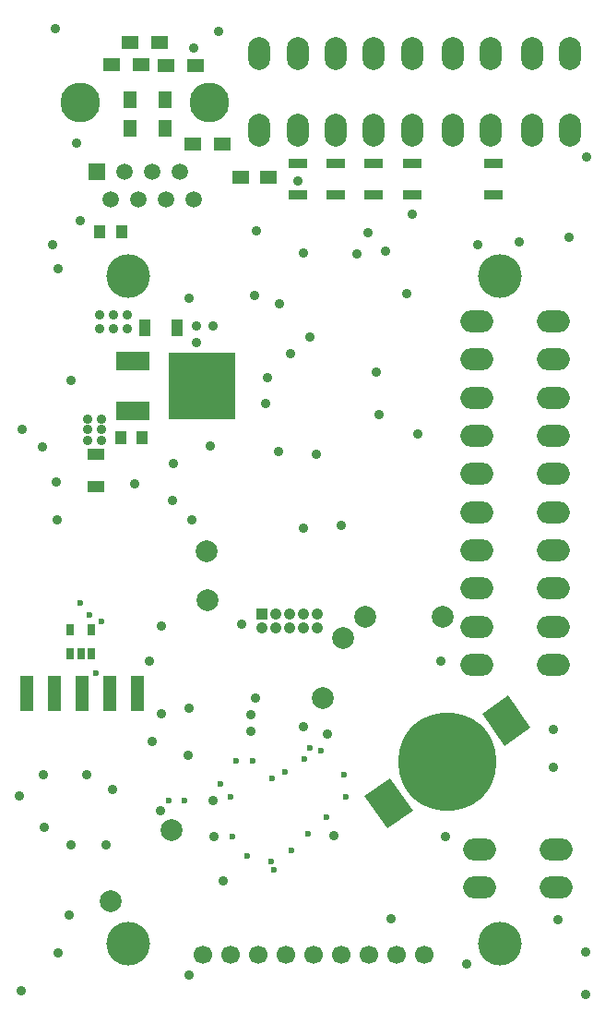
<source format=gbr>
G04 #@! TF.FileFunction,Soldermask,Top*
%FSLAX46Y46*%
G04 Gerber Fmt 4.6, Leading zero omitted, Abs format (unit mm)*
G04 Created by KiCad (PCBNEW 4.0.2-4+6225~38~ubuntu15.04.1-stable) date Mi 16 Mär 2016 01:27:49 CET*
%MOMM*%
G01*
G04 APERTURE LIST*
%ADD10C,0.150000*%
%ADD11C,1.700000*%
%ADD12C,4.000000*%
%ADD13C,3.649980*%
%ADD14R,1.501140X1.501140*%
%ADD15C,1.501140*%
%ADD16R,1.500000X1.300000*%
%ADD17R,1.300000X1.500000*%
%ADD18R,1.000000X1.250000*%
%ADD19R,1.500000X1.250000*%
%ADD20R,1.700000X0.900000*%
%ADD21R,3.048000X1.651000*%
%ADD22R,6.096000X6.096000*%
%ADD23R,1.050000X1.050000*%
%ADD24C,1.050000*%
%ADD25O,2.000000X3.014980*%
%ADD26O,3.014980X2.000000*%
%ADD27R,1.000000X1.600000*%
%ADD28R,1.600000X1.000000*%
%ADD29R,0.650000X1.060000*%
%ADD30R,1.270000X3.270000*%
%ADD31C,9.000000*%
%ADD32C,2.000000*%
%ADD33C,0.889000*%
%ADD34C,0.600000*%
G04 APERTURE END LIST*
D10*
D11*
X39160000Y-87100000D03*
X36620000Y-87100000D03*
X34080000Y-87100000D03*
X31540000Y-87100000D03*
X29000000Y-87100000D03*
X26460000Y-87100000D03*
X23920000Y-87100000D03*
X21380000Y-87100000D03*
D12*
X46050000Y-86100000D03*
X11950000Y-86100000D03*
X46050000Y-24900000D03*
X11950000Y-24900000D03*
D11*
X18840000Y-87100000D03*
D13*
X19438520Y-9000000D03*
X7569100Y-9000000D03*
D14*
X9055000Y-15350000D03*
D15*
X10325000Y-17890000D03*
X11595000Y-15350000D03*
X12865000Y-17890000D03*
X14135000Y-15350000D03*
X15405000Y-17890000D03*
X16675000Y-15350000D03*
X17945000Y-17890000D03*
D16*
X13100000Y-5550000D03*
X10400000Y-5550000D03*
D17*
X12100000Y-11400000D03*
X12100000Y-8700000D03*
D16*
X20550000Y-12800000D03*
X17850000Y-12800000D03*
D17*
X15350000Y-11400000D03*
X15350000Y-8700000D03*
D16*
X14850000Y-3450000D03*
X12150000Y-3450000D03*
D18*
X11250000Y-39750000D03*
X13250000Y-39750000D03*
D19*
X22284000Y-15859000D03*
X24784000Y-15859000D03*
D16*
X18100000Y-5600000D03*
X15400000Y-5600000D03*
D20*
X27500000Y-14550000D03*
X27500000Y-17450000D03*
X31000000Y-14550000D03*
X31000000Y-17450000D03*
X34500000Y-14550000D03*
X34500000Y-17450000D03*
X38000000Y-14550000D03*
X38000000Y-17450000D03*
X45500000Y-14550000D03*
X45500000Y-17450000D03*
D21*
X12358000Y-32686500D03*
D22*
X18708000Y-34972500D03*
D21*
X12358000Y-37258500D03*
D23*
X24232500Y-55927500D03*
D24*
X25502500Y-55927500D03*
X26772500Y-55927500D03*
X28042500Y-55927500D03*
X29312500Y-55927500D03*
X25502500Y-57197500D03*
X26772500Y-57197500D03*
X28042500Y-57197500D03*
X29312500Y-57197500D03*
X24232500Y-57197500D03*
D25*
X38000000Y-4500000D03*
X34500000Y-4500000D03*
X31000000Y-4500000D03*
X27500000Y-4500000D03*
X24000000Y-4500000D03*
X38000000Y-11500000D03*
X34500000Y-11500000D03*
X31000000Y-11500000D03*
X24000000Y-11500000D03*
X27500000Y-11500000D03*
D26*
X51235000Y-80982000D03*
X51235000Y-77482000D03*
X44235000Y-77482000D03*
X44235000Y-80982000D03*
D25*
X45250000Y-4500000D03*
X41750000Y-4500000D03*
X41750000Y-11500000D03*
X45250000Y-11500000D03*
X52500000Y-4500000D03*
X49000000Y-4500000D03*
X49000000Y-11500000D03*
X52500000Y-11500000D03*
D26*
X43981000Y-60565000D03*
X50981000Y-60565000D03*
X50981000Y-57065000D03*
X43981000Y-57065000D03*
X50981000Y-29065000D03*
X43981000Y-29065000D03*
X50981000Y-53565000D03*
X43981000Y-53565000D03*
X50981000Y-50065000D03*
X43981000Y-50065000D03*
X50981000Y-46565000D03*
X50981000Y-43065000D03*
X50981000Y-39565000D03*
X50981000Y-36065000D03*
X50981000Y-32565000D03*
X43981000Y-46565000D03*
X43981000Y-43065000D03*
X43981000Y-39565000D03*
X43981000Y-32565000D03*
X43981000Y-36065000D03*
D18*
X11326000Y-20812000D03*
X9326000Y-20812000D03*
D27*
X16461500Y-29638500D03*
X13461500Y-29638500D03*
D28*
X9000000Y-44250000D03*
X9000000Y-41250000D03*
D29*
X6646500Y-59520000D03*
X7596500Y-59520000D03*
X8546500Y-59520000D03*
X8546500Y-57320000D03*
X6646500Y-57320000D03*
D30*
X2620000Y-63200000D03*
X5160000Y-63200000D03*
X7700000Y-63200000D03*
X10240000Y-63200000D03*
X12780000Y-63200000D03*
D10*
G36*
X35713264Y-75560764D02*
X33648389Y-72611816D01*
X36023930Y-70948444D01*
X38088805Y-73897392D01*
X35713264Y-75560764D01*
X35713264Y-75560764D01*
G37*
D31*
X41275000Y-69469000D03*
D10*
G36*
X46526070Y-67989556D02*
X44461195Y-65040608D01*
X46836736Y-63377236D01*
X48901611Y-66326184D01*
X46526070Y-67989556D01*
X46526070Y-67989556D01*
G37*
D32*
X31662000Y-58086500D03*
X29820500Y-63611000D03*
X19241400Y-54594000D03*
X19165200Y-50174400D03*
D33*
X8250000Y-38000000D03*
X8250000Y-39000000D03*
X8250000Y-40000000D03*
X9500000Y-39000000D03*
X9500000Y-40000000D03*
X9500000Y-38000000D03*
D32*
X40806000Y-56118000D03*
X33694000Y-56118000D03*
X10376800Y-82229200D03*
X15914000Y-75676000D03*
D33*
X23216500Y-65135000D03*
X23216500Y-66659000D03*
D34*
X20387843Y-71450343D03*
X21375000Y-72628000D03*
X21502000Y-76311000D03*
X22899000Y-78089000D03*
X26963000Y-77581000D03*
X25312000Y-79359000D03*
X28487000Y-76057000D03*
X30138000Y-74533000D03*
X31916000Y-72628000D03*
X31789000Y-70596000D03*
X29630000Y-68437000D03*
X28614000Y-68183000D03*
X26328000Y-70342000D03*
X25185000Y-70977000D03*
X23407000Y-69326000D03*
X21883000Y-69326000D03*
X25058000Y-78597000D03*
X28106000Y-69199000D03*
D33*
X9900000Y-77050000D03*
X10500000Y-72000000D03*
X38000000Y-19250000D03*
X27500000Y-16200000D03*
X4200000Y-70600000D03*
X4231000Y-75488800D03*
X1950000Y-72600000D03*
X6700000Y-34500000D03*
X2200000Y-39000000D03*
X37500000Y-26500000D03*
X47854500Y-21764500D03*
X44000000Y-22000000D03*
X54000000Y-14000000D03*
X51000000Y-66500000D03*
X53975000Y-86868000D03*
X53975000Y-90805000D03*
X43053000Y-88011000D03*
X51435000Y-83947000D03*
X2159000Y-90424000D03*
X6731000Y-77089000D03*
X17500000Y-64500000D03*
X41084500Y-76263500D03*
X17500000Y-89000000D03*
X6500000Y-83500000D03*
X5500000Y-87000000D03*
X5422900Y-47231300D03*
X4053200Y-40563800D03*
X5323200Y-43815000D03*
X14961500Y-57007000D03*
X17438000Y-68818000D03*
X15000000Y-65000000D03*
X36107000Y-83804000D03*
X30849200Y-76184000D03*
X20638400Y-80375000D03*
X14923400Y-73948800D03*
X34750000Y-33750000D03*
X5500000Y-24250000D03*
X29250000Y-41250000D03*
X28000000Y-66250000D03*
X28000000Y-22750000D03*
X23750000Y-20750000D03*
X19500000Y-40500000D03*
X18250000Y-31000000D03*
X19750000Y-29500000D03*
X18250000Y-29500000D03*
X12548500Y-43989500D03*
X16104500Y-42084500D03*
X22327500Y-56816500D03*
X33948000Y-20939000D03*
X35599000Y-22590000D03*
X24750000Y-34250000D03*
X25750000Y-41000000D03*
X16000000Y-45500000D03*
X17750000Y-47250000D03*
X31500000Y-47750000D03*
X28000000Y-48000000D03*
X40679000Y-60182000D03*
X23661000Y-63611000D03*
X30265000Y-66913000D03*
X19851000Y-76311000D03*
X19748500Y-73025000D03*
X52426500Y-21383500D03*
X34964000Y-37576000D03*
X38520000Y-39354000D03*
X24550000Y-36560000D03*
X28614000Y-30464000D03*
X26836000Y-31988000D03*
X32932000Y-22844000D03*
X13882000Y-60182000D03*
X8100000Y-70600000D03*
X23534000Y-26654000D03*
X25820000Y-27416000D03*
X14136000Y-67548000D03*
D34*
X17133200Y-72983600D03*
X15710800Y-72983600D03*
D33*
X11850000Y-29702000D03*
X11850000Y-28432000D03*
X10580000Y-29702000D03*
X9310000Y-28432000D03*
X9310000Y-29702000D03*
X10580000Y-28432000D03*
X7532000Y-19796000D03*
X5000000Y-22000000D03*
X7250000Y-12750000D03*
X5250000Y-2250000D03*
X20250000Y-2500000D03*
X18000000Y-4000000D03*
X17500000Y-26900000D03*
D34*
X9501500Y-56578500D03*
X8358500Y-55943500D03*
D33*
X50990500Y-69913500D03*
D34*
X8955400Y-61341000D03*
X7533000Y-54864000D03*
M02*

</source>
